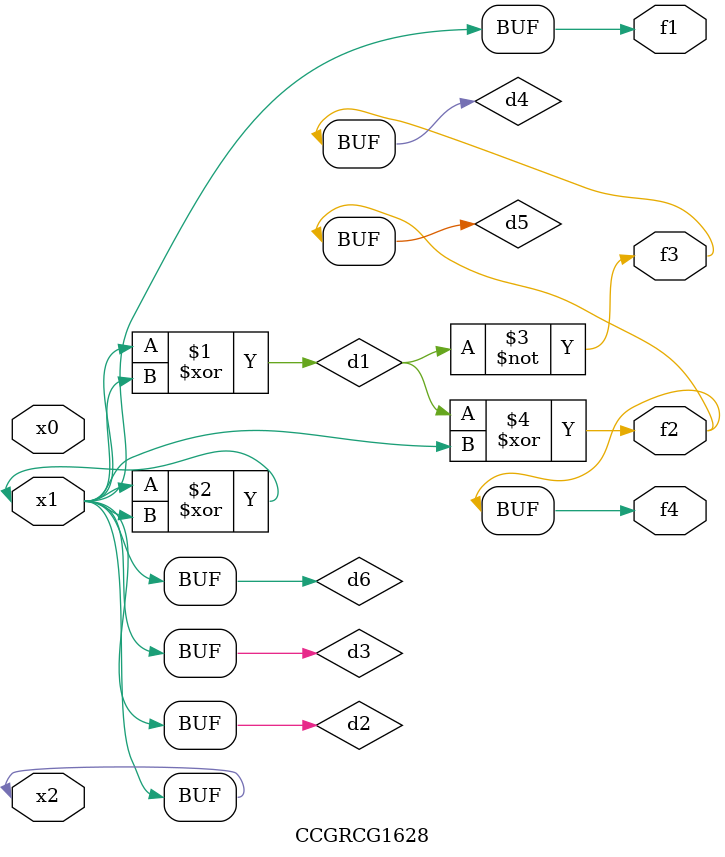
<source format=v>
module CCGRCG1628(
	input x0, x1, x2,
	output f1, f2, f3, f4
);

	wire d1, d2, d3, d4, d5, d6;

	xor (d1, x1, x2);
	buf (d2, x1, x2);
	xor (d3, x1, x2);
	nor (d4, d1);
	xor (d5, d1, d2);
	buf (d6, d2, d3);
	assign f1 = d6;
	assign f2 = d5;
	assign f3 = d4;
	assign f4 = d5;
endmodule

</source>
